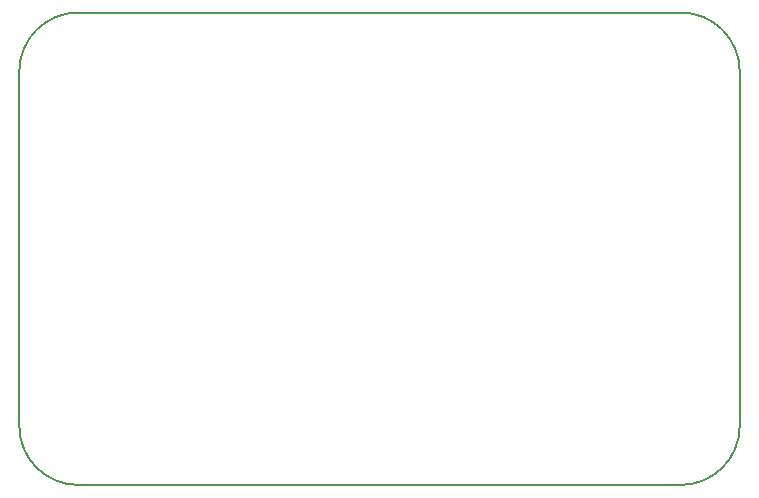
<source format=gbr>
G04 #@! TF.GenerationSoftware,KiCad,Pcbnew,5.0.2-bee76a0~70~ubuntu18.04.1*
G04 #@! TF.CreationDate,2019-02-08T21:36:26-08:00*
G04 #@! TF.ProjectId,sao-bob_ross1,73616f2d-626f-4625-9f72-6f7373312e6b,rev?*
G04 #@! TF.SameCoordinates,Original*
G04 #@! TF.FileFunction,Profile,NP*
%FSLAX46Y46*%
G04 Gerber Fmt 4.6, Leading zero omitted, Abs format (unit mm)*
G04 Created by KiCad (PCBNEW 5.0.2-bee76a0~70~ubuntu18.04.1) date Fri 08 Feb 2019 09:36:26 PM PST*
%MOMM*%
%LPD*%
G01*
G04 APERTURE LIST*
%ADD10C,0.150000*%
%ADD11C,0.200000*%
G04 APERTURE END LIST*
D10*
X74500000Y-120000000D02*
X125500000Y-120000000D01*
D11*
X130500000Y-115000000D02*
G75*
G02X125500000Y-120000000I-5000000J0D01*
G01*
X125500000Y-80000000D02*
G75*
G02X130500000Y-85000000I0J-5000000D01*
G01*
D10*
X130500000Y-85000000D02*
X130500000Y-115000000D01*
D11*
X74500000Y-120000000D02*
G75*
G02X69500000Y-115000000I0J5000000D01*
G01*
D10*
X69500000Y-85000000D02*
X69500000Y-115000000D01*
X74500000Y-80000000D02*
X125500000Y-80000000D01*
D11*
X69500000Y-85000000D02*
G75*
G02X74500000Y-80000000I5000000J0D01*
G01*
M02*

</source>
